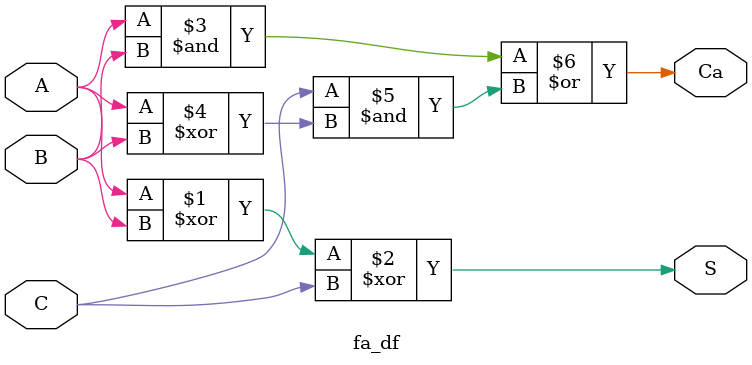
<source format=v>
`timescale 1ns / 1ps


module fa_df(A, B, C, S, Ca);
input A;
input B;
input C;
output S;
output Ca;
assign S = A ^ B ^ C;
assign Ca = (A & B) | (C & (A ^ B));
endmodule

</source>
